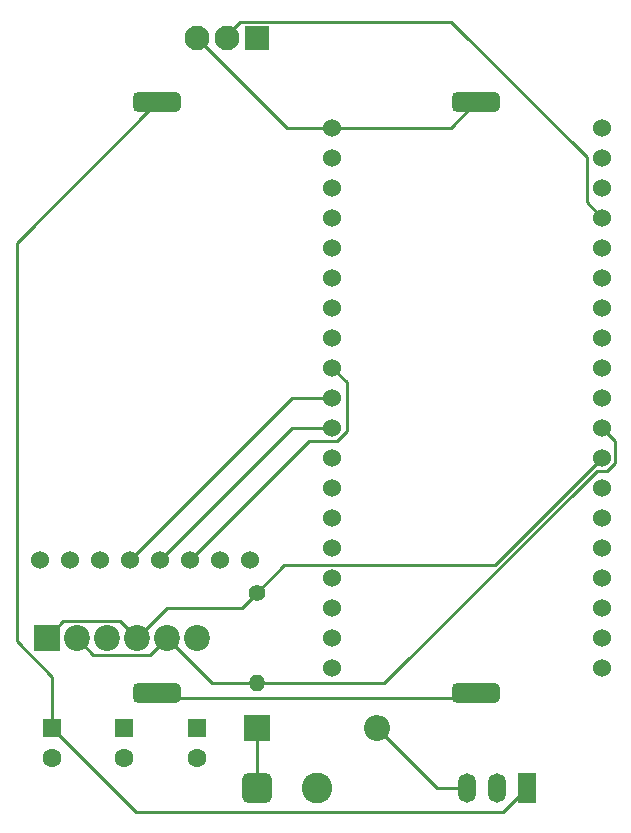
<source format=gbr>
%TF.GenerationSoftware,KiCad,Pcbnew,7.0.1-0*%
%TF.CreationDate,2023-04-24T12:32:45-04:00*%
%TF.ProjectId,tempLogger_clientPCB,74656d70-4c6f-4676-9765-725f636c6965,rev?*%
%TF.SameCoordinates,Original*%
%TF.FileFunction,Copper,L1,Top*%
%TF.FilePolarity,Positive*%
%FSLAX46Y46*%
G04 Gerber Fmt 4.6, Leading zero omitted, Abs format (unit mm)*
G04 Created by KiCad (PCBNEW 7.0.1-0) date 2023-04-24 12:32:45*
%MOMM*%
%LPD*%
G01*
G04 APERTURE LIST*
G04 Aperture macros list*
%AMRoundRect*
0 Rectangle with rounded corners*
0 $1 Rounding radius*
0 $2 $3 $4 $5 $6 $7 $8 $9 X,Y pos of 4 corners*
0 Add a 4 corners polygon primitive as box body*
4,1,4,$2,$3,$4,$5,$6,$7,$8,$9,$2,$3,0*
0 Add four circle primitives for the rounded corners*
1,1,$1+$1,$2,$3*
1,1,$1+$1,$4,$5*
1,1,$1+$1,$6,$7*
1,1,$1+$1,$8,$9*
0 Add four rect primitives between the rounded corners*
20,1,$1+$1,$2,$3,$4,$5,0*
20,1,$1+$1,$4,$5,$6,$7,0*
20,1,$1+$1,$6,$7,$8,$9,0*
20,1,$1+$1,$8,$9,$2,$3,0*%
G04 Aperture macros list end*
%TA.AperFunction,ComponentPad*%
%ADD10R,1.600000X1.600000*%
%TD*%
%TA.AperFunction,ComponentPad*%
%ADD11C,1.600000*%
%TD*%
%TA.AperFunction,ComponentPad*%
%ADD12R,1.500000X2.500000*%
%TD*%
%TA.AperFunction,ComponentPad*%
%ADD13O,1.500000X2.500000*%
%TD*%
%TA.AperFunction,ComponentPad*%
%ADD14R,2.200000X2.200000*%
%TD*%
%TA.AperFunction,ComponentPad*%
%ADD15O,2.200000X2.200000*%
%TD*%
%TA.AperFunction,ComponentPad*%
%ADD16C,2.200000*%
%TD*%
%TA.AperFunction,ComponentPad*%
%ADD17C,2.100000*%
%TD*%
%TA.AperFunction,ComponentPad*%
%ADD18R,2.100000X2.100000*%
%TD*%
%TA.AperFunction,ComponentPad*%
%ADD19C,1.524000*%
%TD*%
%TA.AperFunction,ComponentPad*%
%ADD20C,1.400000*%
%TD*%
%TA.AperFunction,ComponentPad*%
%ADD21O,1.400000X1.400000*%
%TD*%
%TA.AperFunction,ComponentPad*%
%ADD22C,2.600000*%
%TD*%
%TA.AperFunction,ComponentPad*%
%ADD23RoundRect,0.650000X-0.650000X-0.650000X0.650000X-0.650000X0.650000X0.650000X-0.650000X0.650000X0*%
%TD*%
%TA.AperFunction,ComponentPad*%
%ADD24RoundRect,0.418500X-1.612500X-0.418500X1.612500X-0.418500X1.612500X0.418500X-1.612500X0.418500X0*%
%TD*%
%TA.AperFunction,ComponentPad*%
%ADD25RoundRect,0.418500X1.612500X0.418500X-1.612500X0.418500X-1.612500X-0.418500X1.612500X-0.418500X0*%
%TD*%
%TA.AperFunction,Conductor*%
%ADD26C,0.250000*%
%TD*%
G04 APERTURE END LIST*
D10*
%TO.P,C3,1*%
%TO.N,Net-(D1-A)*%
X119380000Y-119420000D03*
D11*
%TO.P,C3,2*%
%TO.N,/GND*%
X119380000Y-121920000D03*
%TD*%
D10*
%TO.P,C2,1*%
%TO.N,Net-(D1-A)*%
X113270000Y-119420000D03*
D11*
%TO.P,C2,2*%
%TO.N,/GND*%
X113270000Y-121920000D03*
%TD*%
D10*
%TO.P,C1,1*%
%TO.N,Net-(BT2-+)*%
X107160000Y-119420000D03*
D11*
%TO.P,C1,2*%
%TO.N,/GND*%
X107160000Y-121920000D03*
%TD*%
D12*
%TO.P,U1,1,Vin*%
%TO.N,Net-(BT2-+)*%
X147320000Y-124460000D03*
D13*
%TO.P,U1,2,GND*%
%TO.N,/GND*%
X144780000Y-124460000D03*
%TO.P,U1,3,Vout*%
%TO.N,Net-(D1-A)*%
X142240000Y-124460000D03*
%TD*%
D14*
%TO.P,D1,1,K*%
%TO.N,Net-(D1-K)*%
X124460000Y-119380000D03*
D15*
%TO.P,D1,2,A*%
%TO.N,Net-(D1-A)*%
X134620000Y-119380000D03*
%TD*%
D14*
%TO.P,DS18B20,1,Pin_1*%
%TO.N,Net-(DS18B20-Pin_1)*%
X106680000Y-111760000D03*
D16*
%TO.P,DS18B20,2,Pin_2*%
%TO.N,Net-(DS18B20-Pin_2)*%
X109220000Y-111760000D03*
%TO.P,DS18B20,3,Pin_3*%
%TO.N,/GND*%
X111760000Y-111760000D03*
%TO.P,DS18B20,4,Pin_4*%
%TO.N,Net-(DS18B20-Pin_1)*%
X114300000Y-111760000D03*
%TO.P,DS18B20,5,Pin_5*%
%TO.N,Net-(DS18B20-Pin_2)*%
X116840000Y-111760000D03*
%TO.P,DS18B20,6,Pin_6*%
%TO.N,/GND*%
X119380000Y-111760000D03*
%TD*%
D17*
%TO.P,SnowPinger1,3,Pin_3*%
%TO.N,/GND*%
X119380000Y-60960000D03*
%TO.P,SnowPinger1,2,Pin_2*%
%TO.N,Net-(MCU1-SERIAL1_RX)*%
X121920000Y-60960000D03*
D18*
%TO.P,SnowPinger1,1,Pin_1*%
%TO.N,Net-(MCU1-D11)*%
X124460000Y-60960000D03*
%TD*%
D19*
%TO.P,MCU1,0,SERIAL1_RX*%
%TO.N,Net-(MCU1-SERIAL1_RX)*%
X153700000Y-76200000D03*
%TO.P,MCU1,1,SERIAL1_TX*%
%TO.N,unconnected-(MCU1-SERIAL1_TX-Pad1)*%
X153700000Y-78740000D03*
%TO.P,MCU1,2,D2*%
%TO.N,unconnected-(MCU1-D2-Pad2)*%
X153700000Y-81280000D03*
%TO.P,MCU1,3,D3*%
%TO.N,unconnected-(MCU1-D3-Pad3)*%
X153700000Y-83820000D03*
%TO.P,MCU1,3V3,3V3*%
%TO.N,/3V3*%
X130840000Y-99060000D03*
%TO.P,MCU1,4,D4*%
%TO.N,unconnected-(MCU1-D4-Pad4)*%
X153700000Y-86360000D03*
%TO.P,MCU1,5,D5*%
%TO.N,unconnected-(MCU1-D5-Pad5)*%
X153700000Y-88900000D03*
%TO.P,MCU1,5V,5V*%
%TO.N,unconnected-(MCU1-Pad5V)*%
X130840000Y-104140000D03*
%TO.P,MCU1,6,D6*%
%TO.N,unconnected-(MCU1-D6-Pad6)*%
X153700000Y-91440000D03*
%TO.P,MCU1,7,D7*%
%TO.N,Net-(DS18B20-Pin_2)*%
X153700000Y-93980000D03*
%TO.P,MCU1,8,D8*%
%TO.N,Net-(DS18B20-Pin_1)*%
X153700000Y-96520000D03*
%TO.P,MCU1,9,D9*%
%TO.N,unconnected-(MCU1-D9-Pad9)*%
X153700000Y-99060000D03*
%TO.P,MCU1,10,D10*%
%TO.N,/sd_cs*%
X153700000Y-101600000D03*
%TO.P,MCU1,11,D11*%
%TO.N,Net-(MCU1-D11)*%
X153700000Y-104140000D03*
%TO.P,MCU1,12,D12*%
%TO.N,unconnected-(MCU1-D12-Pad12)*%
X153700000Y-106680000D03*
%TO.P,MCU1,13,LED*%
%TO.N,unconnected-(MCU1-LED-Pad13)*%
X153700000Y-109220000D03*
%TO.P,MCU1,14,A0*%
%TO.N,unconnected-(MCU1-A0-Pad14)*%
X130840000Y-73660000D03*
%TO.P,MCU1,15,A1*%
%TO.N,unconnected-(MCU1-A1-Pad15)*%
X130840000Y-76200000D03*
%TO.P,MCU1,16,A2*%
%TO.N,unconnected-(MCU1-A2-Pad16)*%
X130840000Y-78740000D03*
%TO.P,MCU1,17,A3*%
%TO.N,unconnected-(MCU1-A3-Pad17)*%
X130840000Y-81280000D03*
%TO.P,MCU1,18,A4*%
%TO.N,unconnected-(MCU1-A4-Pad18)*%
X130840000Y-83820000D03*
%TO.P,MCU1,19,A5*%
%TO.N,unconnected-(MCU1-A5-Pad19)*%
X130840000Y-86360000D03*
%TO.P,MCU1,20,SDA*%
%TO.N,unconnected-(MCU1-SDA-Pad20)*%
X153700000Y-114300000D03*
%TO.P,MCU1,21,SCL*%
%TO.N,unconnected-(MCU1-SCL-Pad21)*%
X153700000Y-111760000D03*
%TO.P,MCU1,22,MISO*%
%TO.N,Net-(MCU1-MISO)*%
X130840000Y-93980000D03*
%TO.P,MCU1,23,MOSI*%
%TO.N,Net-(MCU1-MOSI)*%
X130840000Y-88900000D03*
%TO.P,MCU1,24,SCK*%
%TO.N,Net-(MCU1-SCK)*%
X130840000Y-91440000D03*
%TO.P,MCU1,30,SERIAL0_TX*%
%TO.N,unconnected-(MCU1-SERIAL0_TX-Pad30)*%
X153700000Y-73660000D03*
%TO.P,MCU1,31,SERIAL0_RX*%
%TO.N,unconnected-(MCU1-SERIAL0_RX-Pad31)*%
X153700000Y-71120000D03*
%TO.P,MCU1,38,ATN*%
%TO.N,unconnected-(MCU1-ATN-Pad38)*%
X130840000Y-96520000D03*
%TO.P,MCU1,AREF,AREF*%
%TO.N,unconnected-(MCU1-PadAREF)*%
X130840000Y-71120000D03*
%TO.P,MCU1,BAT,BAT*%
%TO.N,unconnected-(MCU1-PadBAT)*%
X130840000Y-111760000D03*
%TO.P,MCU1,GND,GND*%
%TO.N,/GND*%
X130840000Y-68580000D03*
X130840000Y-109220000D03*
X130840000Y-114300000D03*
%TO.P,MCU1,RST,RST*%
%TO.N,unconnected-(MCU1-PadRST)*%
X153700000Y-68580000D03*
%TO.P,MCU1,VBUS,VBUS*%
%TO.N,unconnected-(MCU1-PadVBUS)*%
X130840000Y-101600000D03*
%TO.P,MCU1,VIN,VIN*%
%TO.N,unconnected-(MCU1-PadVIN)*%
X130840000Y-106680000D03*
%TD*%
%TO.P,\u00B5SD1,8,5V*%
%TO.N,unconnected-(\u00B5SD1-5V-Pad8)*%
X106150000Y-105156000D03*
%TO.P,\u00B5SD1,7,3V3*%
%TO.N,/3V3*%
X108690000Y-105156000D03*
%TO.P,\u00B5SD1,6,GND*%
%TO.N,/GND*%
X111230000Y-105156000D03*
%TO.P,\u00B5SD1,5,CLK*%
%TO.N,Net-(MCU1-SCK)*%
X113770000Y-105156000D03*
%TO.P,\u00B5SD1,4,DO*%
%TO.N,Net-(MCU1-MISO)*%
X116310000Y-105156000D03*
%TO.P,\u00B5SD1,3,DI*%
%TO.N,Net-(MCU1-MOSI)*%
X118850000Y-105156000D03*
%TO.P,\u00B5SD1,2,CS*%
%TO.N,/sd_cs*%
X121390000Y-105156000D03*
%TO.P,\u00B5SD1,1,CD*%
%TO.N,unconnected-(\u00B5SD1-CD-Pad1)*%
X123930000Y-105156000D03*
%TD*%
D20*
%TO.P,R1,1*%
%TO.N,Net-(DS18B20-Pin_1)*%
X124460000Y-107950000D03*
D21*
%TO.P,R1,2*%
%TO.N,Net-(DS18B20-Pin_2)*%
X124460000Y-115570000D03*
%TD*%
D22*
%TO.P,JST1,2,Pin_2*%
%TO.N,/GND*%
X129540000Y-124460000D03*
D23*
%TO.P,JST1,1,Pin_1*%
%TO.N,Net-(D1-K)*%
X124460000Y-124460000D03*
%TD*%
D24*
%TO.P,BT1,2,-*%
%TO.N,/GND*%
X143040000Y-66440000D03*
%TO.P,BT1,1,+*%
%TO.N,Net-(BT1-+)*%
X143040000Y-116440000D03*
%TD*%
D25*
%TO.P,BT2,2,-*%
%TO.N,Net-(BT1-+)*%
X116040000Y-116440000D03*
%TO.P,BT2,1,+*%
%TO.N,Net-(BT2-+)*%
X116040000Y-66440000D03*
%TD*%
D26*
%TO.N,/GND*%
X119380000Y-60960000D02*
X127000000Y-68580000D01*
X127000000Y-68580000D02*
X130840000Y-68580000D01*
%TO.N,Net-(BT1-+)*%
X116040000Y-116440000D02*
X116440000Y-116840000D01*
X116440000Y-116840000D02*
X142640000Y-116840000D01*
X142640000Y-116840000D02*
X143040000Y-116440000D01*
%TO.N,Net-(BT2-+)*%
X107160000Y-119420000D02*
X114225000Y-126485000D01*
X145295000Y-126485000D02*
X147320000Y-124460000D01*
X114225000Y-126485000D02*
X145295000Y-126485000D01*
X107160000Y-119420000D02*
X107160000Y-115090000D01*
X107160000Y-115090000D02*
X104140000Y-112070000D01*
%TO.N,Net-(MCU1-SERIAL1_RX)*%
X123085000Y-59585000D02*
X140945991Y-59585000D01*
%TO.N,Net-(BT2-+)*%
X104140000Y-112070000D02*
X104140000Y-78340000D01*
X104140000Y-78340000D02*
X116040000Y-66440000D01*
%TO.N,Net-(D1-A)*%
X142240000Y-124460000D02*
X139700000Y-124460000D01*
X139700000Y-124460000D02*
X134620000Y-119380000D01*
%TO.N,Net-(MCU1-SERIAL1_RX)*%
X121920000Y-60960000D02*
X121920000Y-60750000D01*
X121920000Y-60750000D02*
X123085000Y-59585000D01*
X140945991Y-59585000D02*
X152400000Y-71039009D01*
X152400000Y-71039009D02*
X152400000Y-74900000D01*
X152400000Y-74900000D02*
X153700000Y-76200000D01*
%TO.N,Net-(D1-K)*%
X124460000Y-124460000D02*
X124460000Y-119380000D01*
%TO.N,Net-(DS18B20-Pin_1)*%
X124460000Y-107950000D02*
X123190000Y-109220000D01*
X123190000Y-109220000D02*
X116840000Y-109220000D01*
X153700000Y-96520000D02*
X144627000Y-105593000D01*
X144627000Y-105593000D02*
X126817000Y-105593000D01*
X126817000Y-105593000D02*
X124460000Y-107950000D01*
%TO.N,Net-(DS18B20-Pin_2)*%
X124460000Y-115570000D02*
X135286749Y-115570000D01*
X135286749Y-115570000D02*
X153249572Y-97607177D01*
X153249572Y-97607177D02*
X153249572Y-97606824D01*
X116840000Y-111760000D02*
X120650000Y-115570000D01*
X120650000Y-115570000D02*
X124460000Y-115570000D01*
%TO.N,/GND*%
X143040000Y-66440000D02*
X140900000Y-68580000D01*
X140900000Y-68580000D02*
X130840000Y-68580000D01*
%TO.N,Net-(MCU1-MISO)*%
X116310000Y-105156000D02*
X127486000Y-93980000D01*
X127486000Y-93980000D02*
X130840000Y-93980000D01*
%TO.N,Net-(MCU1-MOSI)*%
X132080000Y-90140000D02*
X130840000Y-88900000D01*
X118850000Y-105156000D02*
X128939000Y-95067000D01*
X131290251Y-95067000D02*
X132080000Y-94277251D01*
X132080000Y-94277251D02*
X132080000Y-90140000D01*
X128939000Y-95067000D02*
X131290251Y-95067000D01*
%TO.N,Net-(MCU1-SCK)*%
X127486000Y-91440000D02*
X130840000Y-91440000D01*
X113770000Y-105156000D02*
X127486000Y-91440000D01*
%TO.N,Net-(DS18B20-Pin_1)*%
X114300000Y-111760000D02*
X116840000Y-109220000D01*
X106680000Y-111760000D02*
X108105000Y-110335000D01*
X112875000Y-110335000D02*
X114300000Y-111760000D01*
X108105000Y-110335000D02*
X112875000Y-110335000D01*
%TO.N,Net-(DS18B20-Pin_2)*%
X154787000Y-96970251D02*
X154150427Y-97606824D01*
X115415000Y-113185000D02*
X116840000Y-111760000D01*
X109220000Y-111760000D02*
X110645000Y-113185000D01*
X110645000Y-113185000D02*
X115415000Y-113185000D01*
X154150427Y-97606824D02*
X153249572Y-97606824D01*
X154787000Y-95067000D02*
X154787000Y-96970251D01*
X153700000Y-93980000D02*
X154787000Y-95067000D01*
%TO.N,Net-(BT1-+)*%
X142640000Y-116440000D02*
X143040000Y-116440000D01*
%TD*%
M02*

</source>
